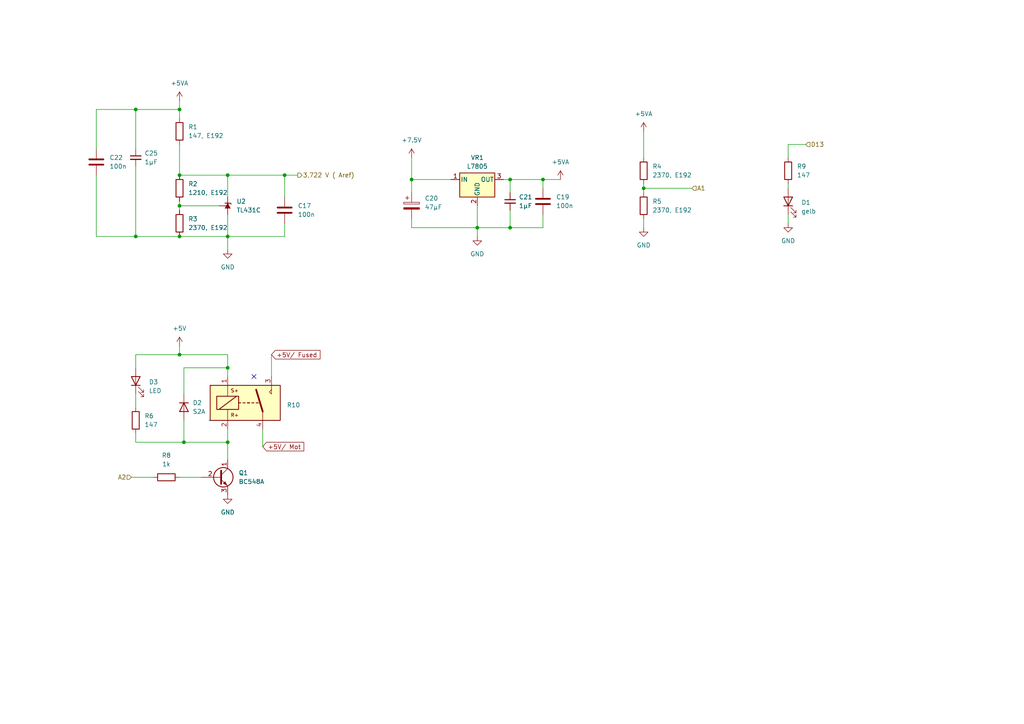
<source format=kicad_sch>
(kicad_sch (version 20230121) (generator eeschema)

  (uuid daad7303-441d-436f-8c54-cd4831fb3b71)

  (paper "A4")

  (lib_symbols
    (symbol "1_ProjectSpecific:L7805" (pin_names (offset 0.254)) (in_bom yes) (on_board yes)
      (property "Reference" "U" (at -3.81 3.175 0)
        (effects (font (size 1.27 1.27)))
      )
      (property "Value" "L7805" (at 0 3.175 0)
        (effects (font (size 1.27 1.27)) (justify left))
      )
      (property "Footprint" "" (at 0.635 -3.81 0)
        (effects (font (size 1.27 1.27) italic) (justify left) hide)
      )
      (property "Datasheet" "http://www.st.com/content/ccc/resource/technical/document/datasheet/41/4f/b3/b0/12/d4/47/88/CD00000444.pdf/files/CD00000444.pdf/jcr:content/translations/en.CD00000444.pdf" (at 0 -1.27 0)
        (effects (font (size 1.27 1.27)) hide)
      )
      (property "ki_keywords" "Voltage Regulator 1.5A Positive" (at 0 0 0)
        (effects (font (size 1.27 1.27)) hide)
      )
      (property "ki_description" "Positive 1.5A 35V Linear Regulator, Fixed Output 5V, TO-220/TO-263/TO-252" (at 0 0 0)
        (effects (font (size 1.27 1.27)) hide)
      )
      (property "ki_fp_filters" "TO?252* TO?263* TO?220*" (at 0 0 0)
        (effects (font (size 1.27 1.27)) hide)
      )
      (symbol "L7805_0_1"
        (rectangle (start -5.08 1.905) (end 5.08 -5.08)
          (stroke (width 0.254) (type default))
          (fill (type background))
        )
      )
      (symbol "L7805_1_1"
        (pin power_in line (at -7.62 0 0) (length 2.54)
          (name "IN" (effects (font (size 1.27 1.27))))
          (number "1" (effects (font (size 1.27 1.27))))
        )
        (pin power_in line (at 0 -7.62 90) (length 2.54)
          (name "GND" (effects (font (size 1.27 1.27))))
          (number "2" (effects (font (size 1.27 1.27))))
        )
        (pin power_out line (at 7.62 0 180) (length 2.54)
          (name "OUT" (effects (font (size 1.27 1.27))))
          (number "3" (effects (font (size 1.27 1.27))))
        )
      )
    )
    (symbol "1_ProjectSpecific:Relay_AHQSH105LM100G_" (in_bom yes) (on_board yes)
      (property "Reference" "R" (at 21.59 8.89 0)
        (effects (font (size 1.27 1.27)))
      )
      (property "Value" "" (at 0 0 0)
        (effects (font (size 1.27 1.27)))
      )
      (property "Footprint" "1_ProjectSpecific:Relay_AHQSH105LM100G" (at 0 0 0)
        (effects (font (size 1.27 1.27)) hide)
      )
      (property "Datasheet" "https://www.anytek.com.cn/en/detail/310/9767.html" (at 2.54 -7.62 0)
        (effects (font (size 1.27 1.27)) hide)
      )
      (symbol "Relay_AHQSH105LM100G__1_1"
        (polyline
          (pts
            (xy 2.54 3.175)
            (xy 7.62 6.985)
          )
          (stroke (width 0.254) (type default))
          (fill (type none))
        )
        (polyline
          (pts
            (xy 5.08 0)
            (xy 5.08 3.175)
          )
          (stroke (width 0) (type default))
          (fill (type none))
        )
        (polyline
          (pts
            (xy 5.08 10.16)
            (xy 5.08 6.985)
          )
          (stroke (width 0) (type default))
          (fill (type none))
        )
        (polyline
          (pts
            (xy 8.255 5.08)
            (xy 8.89 5.08)
          )
          (stroke (width 0.254) (type default))
          (fill (type none))
        )
        (polyline
          (pts
            (xy 9.525 5.08)
            (xy 10.16 5.08)
          )
          (stroke (width 0.254) (type default))
          (fill (type none))
        )
        (polyline
          (pts
            (xy 10.795 5.08)
            (xy 11.43 5.08)
          )
          (stroke (width 0.254) (type default))
          (fill (type none))
        )
        (polyline
          (pts
            (xy 10.795 5.08)
            (xy 11.43 5.08)
          )
          (stroke (width 0.254) (type default))
          (fill (type none))
        )
        (polyline
          (pts
            (xy 12.065 5.08)
            (xy 12.7 5.08)
          )
          (stroke (width 0.254) (type default))
          (fill (type none))
        )
        (polyline
          (pts
            (xy 13.335 5.08)
            (xy 13.97 5.08)
          )
          (stroke (width 0.254) (type default))
          (fill (type none))
        )
        (polyline
          (pts
            (xy 15.24 2.54)
            (xy 13.335 8.89)
          )
          (stroke (width 0.508) (type default))
          (fill (type none))
        )
        (polyline
          (pts
            (xy 15.24 2.54)
            (xy 15.24 0)
          )
          (stroke (width 0) (type default))
          (fill (type none))
        )
        (polyline
          (pts
            (xy 17.78 8.89)
            (xy 17.78 10.16)
          )
          (stroke (width 0) (type default))
          (fill (type none))
        )
        (polyline
          (pts
            (xy 17.78 8.89)
            (xy 17.78 7.62)
            (xy 17.145 8.255)
            (xy 17.78 8.89)
          )
          (stroke (width 0) (type default))
          (fill (type none))
        )
        (rectangle (start 0 10.16) (end 20.32 0)
          (stroke (width 0.254) (type default))
          (fill (type background))
        )
        (rectangle (start 1.905 6.985) (end 8.255 3.175)
          (stroke (width 0.254) (type default))
          (fill (type none))
        )
        (text "R+" (at 7.112 1.524 0)
          (effects (font (size 1.016 1.016)))
        )
        (text "S+" (at 7.112 8.636 0)
          (effects (font (size 1.016 1.016)))
        )
        (pin passive line (at 5.08 12.7 270) (length 2.54)
          (name "~" (effects (font (size 1.27 1.27))))
          (number "1" (effects (font (size 1.27 1.27))))
        )
        (pin passive line (at 5.08 -2.54 90) (length 2.54)
          (name "~" (effects (font (size 1.27 1.27))))
          (number "2" (effects (font (size 1.27 1.27))))
        )
        (pin passive line (at 17.78 12.7 270) (length 2.54)
          (name "~" (effects (font (size 1.27 1.27))))
          (number "3" (effects (font (size 1.27 1.27))))
        )
        (pin passive line (at 15.24 -2.54 90) (length 2.54)
          (name "~" (effects (font (size 1.27 1.27))))
          (number "4" (effects (font (size 1.27 1.27))))
        )
      )
    )
    (symbol "Device:C" (pin_numbers hide) (pin_names (offset 0.254)) (in_bom yes) (on_board yes)
      (property "Reference" "C" (at 0.635 2.54 0)
        (effects (font (size 1.27 1.27)) (justify left))
      )
      (property "Value" "C" (at 0.635 -2.54 0)
        (effects (font (size 1.27 1.27)) (justify left))
      )
      (property "Footprint" "" (at 0.9652 -3.81 0)
        (effects (font (size 1.27 1.27)) hide)
      )
      (property "Datasheet" "~" (at 0 0 0)
        (effects (font (size 1.27 1.27)) hide)
      )
      (property "ki_keywords" "cap capacitor" (at 0 0 0)
        (effects (font (size 1.27 1.27)) hide)
      )
      (property "ki_description" "Unpolarized capacitor" (at 0 0 0)
        (effects (font (size 1.27 1.27)) hide)
      )
      (property "ki_fp_filters" "C_*" (at 0 0 0)
        (effects (font (size 1.27 1.27)) hide)
      )
      (symbol "C_0_1"
        (polyline
          (pts
            (xy -2.032 -0.762)
            (xy 2.032 -0.762)
          )
          (stroke (width 0.508) (type default))
          (fill (type none))
        )
        (polyline
          (pts
            (xy -2.032 0.762)
            (xy 2.032 0.762)
          )
          (stroke (width 0.508) (type default))
          (fill (type none))
        )
      )
      (symbol "C_1_1"
        (pin passive line (at 0 3.81 270) (length 2.794)
          (name "~" (effects (font (size 1.27 1.27))))
          (number "1" (effects (font (size 1.27 1.27))))
        )
        (pin passive line (at 0 -3.81 90) (length 2.794)
          (name "~" (effects (font (size 1.27 1.27))))
          (number "2" (effects (font (size 1.27 1.27))))
        )
      )
    )
    (symbol "Device:C_Polarized" (pin_numbers hide) (pin_names (offset 0.254)) (in_bom yes) (on_board yes)
      (property "Reference" "C" (at 0.635 2.54 0)
        (effects (font (size 1.27 1.27)) (justify left))
      )
      (property "Value" "C_Polarized" (at 0.635 -2.54 0)
        (effects (font (size 1.27 1.27)) (justify left))
      )
      (property "Footprint" "" (at 0.9652 -3.81 0)
        (effects (font (size 1.27 1.27)) hide)
      )
      (property "Datasheet" "~" (at 0 0 0)
        (effects (font (size 1.27 1.27)) hide)
      )
      (property "ki_keywords" "cap capacitor" (at 0 0 0)
        (effects (font (size 1.27 1.27)) hide)
      )
      (property "ki_description" "Polarized capacitor" (at 0 0 0)
        (effects (font (size 1.27 1.27)) hide)
      )
      (property "ki_fp_filters" "CP_*" (at 0 0 0)
        (effects (font (size 1.27 1.27)) hide)
      )
      (symbol "C_Polarized_0_1"
        (rectangle (start -2.286 0.508) (end 2.286 1.016)
          (stroke (width 0) (type default))
          (fill (type none))
        )
        (polyline
          (pts
            (xy -1.778 2.286)
            (xy -0.762 2.286)
          )
          (stroke (width 0) (type default))
          (fill (type none))
        )
        (polyline
          (pts
            (xy -1.27 2.794)
            (xy -1.27 1.778)
          )
          (stroke (width 0) (type default))
          (fill (type none))
        )
        (rectangle (start 2.286 -0.508) (end -2.286 -1.016)
          (stroke (width 0) (type default))
          (fill (type outline))
        )
      )
      (symbol "C_Polarized_1_1"
        (pin passive line (at 0 3.81 270) (length 2.794)
          (name "~" (effects (font (size 1.27 1.27))))
          (number "1" (effects (font (size 1.27 1.27))))
        )
        (pin passive line (at 0 -3.81 90) (length 2.794)
          (name "~" (effects (font (size 1.27 1.27))))
          (number "2" (effects (font (size 1.27 1.27))))
        )
      )
    )
    (symbol "Device:C_Small" (pin_numbers hide) (pin_names (offset 0.254) hide) (in_bom yes) (on_board yes)
      (property "Reference" "C" (at 0.254 1.778 0)
        (effects (font (size 1.27 1.27)) (justify left))
      )
      (property "Value" "C_Small" (at 0.254 -2.032 0)
        (effects (font (size 1.27 1.27)) (justify left))
      )
      (property "Footprint" "" (at 0 0 0)
        (effects (font (size 1.27 1.27)) hide)
      )
      (property "Datasheet" "~" (at 0 0 0)
        (effects (font (size 1.27 1.27)) hide)
      )
      (property "ki_keywords" "capacitor cap" (at 0 0 0)
        (effects (font (size 1.27 1.27)) hide)
      )
      (property "ki_description" "Unpolarized capacitor, small symbol" (at 0 0 0)
        (effects (font (size 1.27 1.27)) hide)
      )
      (property "ki_fp_filters" "C_*" (at 0 0 0)
        (effects (font (size 1.27 1.27)) hide)
      )
      (symbol "C_Small_0_1"
        (polyline
          (pts
            (xy -1.524 -0.508)
            (xy 1.524 -0.508)
          )
          (stroke (width 0.3302) (type default))
          (fill (type none))
        )
        (polyline
          (pts
            (xy -1.524 0.508)
            (xy 1.524 0.508)
          )
          (stroke (width 0.3048) (type default))
          (fill (type none))
        )
      )
      (symbol "C_Small_1_1"
        (pin passive line (at 0 2.54 270) (length 2.032)
          (name "~" (effects (font (size 1.27 1.27))))
          (number "1" (effects (font (size 1.27 1.27))))
        )
        (pin passive line (at 0 -2.54 90) (length 2.032)
          (name "~" (effects (font (size 1.27 1.27))))
          (number "2" (effects (font (size 1.27 1.27))))
        )
      )
    )
    (symbol "Device:D" (pin_numbers hide) (pin_names (offset 1.016) hide) (in_bom yes) (on_board yes)
      (property "Reference" "D" (at 0 2.54 0)
        (effects (font (size 1.27 1.27)))
      )
      (property "Value" "D" (at 0 -2.54 0)
        (effects (font (size 1.27 1.27)))
      )
      (property "Footprint" "" (at 0 0 0)
        (effects (font (size 1.27 1.27)) hide)
      )
      (property "Datasheet" "~" (at 0 0 0)
        (effects (font (size 1.27 1.27)) hide)
      )
      (property "ki_keywords" "diode" (at 0 0 0)
        (effects (font (size 1.27 1.27)) hide)
      )
      (property "ki_description" "Diode" (at 0 0 0)
        (effects (font (size 1.27 1.27)) hide)
      )
      (property "ki_fp_filters" "TO-???* *_Diode_* *SingleDiode* D_*" (at 0 0 0)
        (effects (font (size 1.27 1.27)) hide)
      )
      (symbol "D_0_1"
        (polyline
          (pts
            (xy -1.27 1.27)
            (xy -1.27 -1.27)
          )
          (stroke (width 0.254) (type default))
          (fill (type none))
        )
        (polyline
          (pts
            (xy 1.27 0)
            (xy -1.27 0)
          )
          (stroke (width 0) (type default))
          (fill (type none))
        )
        (polyline
          (pts
            (xy 1.27 1.27)
            (xy 1.27 -1.27)
            (xy -1.27 0)
            (xy 1.27 1.27)
          )
          (stroke (width 0.254) (type default))
          (fill (type none))
        )
      )
      (symbol "D_1_1"
        (pin passive line (at -3.81 0 0) (length 2.54)
          (name "K" (effects (font (size 1.27 1.27))))
          (number "1" (effects (font (size 1.27 1.27))))
        )
        (pin passive line (at 3.81 0 180) (length 2.54)
          (name "A" (effects (font (size 1.27 1.27))))
          (number "2" (effects (font (size 1.27 1.27))))
        )
      )
    )
    (symbol "Device:LED" (pin_numbers hide) (pin_names (offset 1.016) hide) (in_bom yes) (on_board yes)
      (property "Reference" "D" (at 0 2.54 0)
        (effects (font (size 1.27 1.27)))
      )
      (property "Value" "LED" (at 0 -2.54 0)
        (effects (font (size 1.27 1.27)))
      )
      (property "Footprint" "" (at 0 0 0)
        (effects (font (size 1.27 1.27)) hide)
      )
      (property "Datasheet" "~" (at 0 0 0)
        (effects (font (size 1.27 1.27)) hide)
      )
      (property "ki_keywords" "LED diode" (at 0 0 0)
        (effects (font (size 1.27 1.27)) hide)
      )
      (property "ki_description" "Light emitting diode" (at 0 0 0)
        (effects (font (size 1.27 1.27)) hide)
      )
      (property "ki_fp_filters" "LED* LED_SMD:* LED_THT:*" (at 0 0 0)
        (effects (font (size 1.27 1.27)) hide)
      )
      (symbol "LED_0_1"
        (polyline
          (pts
            (xy -1.27 -1.27)
            (xy -1.27 1.27)
          )
          (stroke (width 0.254) (type default))
          (fill (type none))
        )
        (polyline
          (pts
            (xy -1.27 0)
            (xy 1.27 0)
          )
          (stroke (width 0) (type default))
          (fill (type none))
        )
        (polyline
          (pts
            (xy 1.27 -1.27)
            (xy 1.27 1.27)
            (xy -1.27 0)
            (xy 1.27 -1.27)
          )
          (stroke (width 0.254) (type default))
          (fill (type none))
        )
        (polyline
          (pts
            (xy -3.048 -0.762)
            (xy -4.572 -2.286)
            (xy -3.81 -2.286)
            (xy -4.572 -2.286)
            (xy -4.572 -1.524)
          )
          (stroke (width 0) (type default))
          (fill (type none))
        )
        (polyline
          (pts
            (xy -1.778 -0.762)
            (xy -3.302 -2.286)
            (xy -2.54 -2.286)
            (xy -3.302 -2.286)
            (xy -3.302 -1.524)
          )
          (stroke (width 0) (type default))
          (fill (type none))
        )
      )
      (symbol "LED_1_1"
        (pin passive line (at -3.81 0 0) (length 2.54)
          (name "K" (effects (font (size 1.27 1.27))))
          (number "1" (effects (font (size 1.27 1.27))))
        )
        (pin passive line (at 3.81 0 180) (length 2.54)
          (name "A" (effects (font (size 1.27 1.27))))
          (number "2" (effects (font (size 1.27 1.27))))
        )
      )
    )
    (symbol "Device:R" (pin_numbers hide) (pin_names (offset 0)) (in_bom yes) (on_board yes)
      (property "Reference" "R" (at 2.032 0 90)
        (effects (font (size 1.27 1.27)))
      )
      (property "Value" "R" (at 0 0 90)
        (effects (font (size 1.27 1.27)))
      )
      (property "Footprint" "" (at -1.778 0 90)
        (effects (font (size 1.27 1.27)) hide)
      )
      (property "Datasheet" "~" (at 0 0 0)
        (effects (font (size 1.27 1.27)) hide)
      )
      (property "ki_keywords" "R res resistor" (at 0 0 0)
        (effects (font (size 1.27 1.27)) hide)
      )
      (property "ki_description" "Resistor" (at 0 0 0)
        (effects (font (size 1.27 1.27)) hide)
      )
      (property "ki_fp_filters" "R_*" (at 0 0 0)
        (effects (font (size 1.27 1.27)) hide)
      )
      (symbol "R_0_1"
        (rectangle (start -1.016 -2.54) (end 1.016 2.54)
          (stroke (width 0.254) (type default))
          (fill (type none))
        )
      )
      (symbol "R_1_1"
        (pin passive line (at 0 3.81 270) (length 1.27)
          (name "~" (effects (font (size 1.27 1.27))))
          (number "1" (effects (font (size 1.27 1.27))))
        )
        (pin passive line (at 0 -3.81 90) (length 1.27)
          (name "~" (effects (font (size 1.27 1.27))))
          (number "2" (effects (font (size 1.27 1.27))))
        )
      )
    )
    (symbol "Reference_Voltage:TL431D" (pin_numbers hide) (pin_names hide) (in_bom yes) (on_board yes)
      (property "Reference" "U2" (at 1.27 -2.54 90)
        (effects (font (size 1.27 1.27)) (justify right))
      )
      (property "Value" "TL431C" (at -1.27 -2.54 90)
        (effects (font (size 1.27 1.27)) (justify right))
      )
      (property "Footprint" "Package_TO_SOT_THT:TO-92_HandSolder" (at 0 -6.35 0)
        (effects (font (size 1.27 1.27) italic) hide)
      )
      (property "Datasheet" "http://www.ti.com/lit/ds/symlink/tl431.pdf" (at 0 -3.81 0)
        (effects (font (size 1.27 1.27) italic) hide)
      )
      (property "ki_keywords" "diode device shunt regulator" (at 0 0 0)
        (effects (font (size 1.27 1.27)) hide)
      )
      (property "ki_description" "Shunt Regulator, SO-8" (at 0 0 0)
        (effects (font (size 1.27 1.27)) hide)
      )
      (property "ki_fp_filters" "SOIC?8*3.9x4.9mm*P1.27mm*" (at 0 0 0)
        (effects (font (size 1.27 1.27)) hide)
      )
      (symbol "TL431D_0_1"
        (polyline
          (pts
            (xy -1.27 0)
            (xy 0 0)
            (xy 1.27 0)
          )
          (stroke (width 0) (type default))
          (fill (type none))
        )
        (polyline
          (pts
            (xy -0.762 0.762)
            (xy 0.762 0)
            (xy -0.762 -0.762)
          )
          (stroke (width 0) (type default))
          (fill (type outline))
        )
        (polyline
          (pts
            (xy 0.508 -1.016)
            (xy 0.762 -0.762)
            (xy 0.762 0.762)
            (xy 0.762 0.762)
          )
          (stroke (width 0.254) (type default))
          (fill (type none))
        )
      )
      (symbol "TL431D_1_1"
        (polyline
          (pts
            (xy 0 1.27)
            (xy 0 0)
          )
          (stroke (width 0) (type default))
          (fill (type none))
        )
        (pin passive line (at 0 2.54 270) (length 2.54)
          (name "REF" (effects (font (size 1.27 1.27))))
          (number "1" (effects (font (size 1.27 1.27))))
        )
        (pin passive line (at -2.54 0 0) (length 2.54)
          (name "A" (effects (font (size 1.27 1.27))))
          (number "2" (effects (font (size 1.27 1.27))))
        )
        (pin passive line (at -2.54 0 0) (length 2.54) hide
          (name "A" (effects (font (size 1.27 1.27))))
          (number "3" (effects (font (size 1.27 1.27))))
        )
        (pin passive line (at 2.54 0 180) (length 2.54)
          (name "K" (effects (font (size 1.27 1.27))))
          (number "3" (effects (font (size 1.27 1.27))))
        )
        (pin passive line (at -2.54 0 0) (length 2.54) hide
          (name "A" (effects (font (size 1.27 1.27))))
          (number "6" (effects (font (size 1.27 1.27))))
        )
        (pin passive line (at -2.54 0 0) (length 2.54) hide
          (name "A" (effects (font (size 1.27 1.27))))
          (number "7" (effects (font (size 1.27 1.27))))
        )
      )
    )
    (symbol "Transistor_BJT:BC548" (pin_names (offset 0) hide) (in_bom yes) (on_board yes)
      (property "Reference" "Q" (at 5.08 1.905 0)
        (effects (font (size 1.27 1.27)) (justify left))
      )
      (property "Value" "BC548" (at 5.08 0 0)
        (effects (font (size 1.27 1.27)) (justify left))
      )
      (property "Footprint" "Package_TO_SOT_THT:TO-92_Inline" (at 5.08 -1.905 0)
        (effects (font (size 1.27 1.27) italic) (justify left) hide)
      )
      (property "Datasheet" "https://www.onsemi.com/pub/Collateral/BC550-D.pdf" (at 0 0 0)
        (effects (font (size 1.27 1.27)) (justify left) hide)
      )
      (property "ki_keywords" "NPN Transistor" (at 0 0 0)
        (effects (font (size 1.27 1.27)) hide)
      )
      (property "ki_description" "0.1A Ic, 30V Vce, Small Signal NPN Transistor, TO-92" (at 0 0 0)
        (effects (font (size 1.27 1.27)) hide)
      )
      (property "ki_fp_filters" "TO?92*" (at 0 0 0)
        (effects (font (size 1.27 1.27)) hide)
      )
      (symbol "BC548_0_1"
        (polyline
          (pts
            (xy 0 0)
            (xy 0.635 0)
          )
          (stroke (width 0) (type default))
          (fill (type none))
        )
        (polyline
          (pts
            (xy 0.635 0.635)
            (xy 2.54 2.54)
          )
          (stroke (width 0) (type default))
          (fill (type none))
        )
        (polyline
          (pts
            (xy 0.635 -0.635)
            (xy 2.54 -2.54)
            (xy 2.54 -2.54)
          )
          (stroke (width 0) (type default))
          (fill (type none))
        )
        (polyline
          (pts
            (xy 0.635 1.905)
            (xy 0.635 -1.905)
            (xy 0.635 -1.905)
          )
          (stroke (width 0.508) (type default))
          (fill (type none))
        )
        (polyline
          (pts
            (xy 1.27 -1.778)
            (xy 1.778 -1.27)
            (xy 2.286 -2.286)
            (xy 1.27 -1.778)
            (xy 1.27 -1.778)
          )
          (stroke (width 0) (type default))
          (fill (type outline))
        )
        (circle (center 1.27 0) (radius 2.8194)
          (stroke (width 0.254) (type default))
          (fill (type none))
        )
      )
      (symbol "BC548_1_1"
        (pin passive line (at 2.54 5.08 270) (length 2.54)
          (name "C" (effects (font (size 1.27 1.27))))
          (number "1" (effects (font (size 1.27 1.27))))
        )
        (pin input line (at -5.08 0 0) (length 5.08)
          (name "B" (effects (font (size 1.27 1.27))))
          (number "2" (effects (font (size 1.27 1.27))))
        )
        (pin passive line (at 2.54 -5.08 90) (length 2.54)
          (name "E" (effects (font (size 1.27 1.27))))
          (number "3" (effects (font (size 1.27 1.27))))
        )
      )
    )
    (symbol "power:+5V" (power) (pin_names (offset 0)) (in_bom yes) (on_board yes)
      (property "Reference" "#PWR" (at 0 -3.81 0)
        (effects (font (size 1.27 1.27)) hide)
      )
      (property "Value" "+5V" (at 0 3.556 0)
        (effects (font (size 1.27 1.27)))
      )
      (property "Footprint" "" (at 0 0 0)
        (effects (font (size 1.27 1.27)) hide)
      )
      (property "Datasheet" "" (at 0 0 0)
        (effects (font (size 1.27 1.27)) hide)
      )
      (property "ki_keywords" "global power" (at 0 0 0)
        (effects (font (size 1.27 1.27)) hide)
      )
      (property "ki_description" "Power symbol creates a global label with name \"+5V\"" (at 0 0 0)
        (effects (font (size 1.27 1.27)) hide)
      )
      (symbol "+5V_0_1"
        (polyline
          (pts
            (xy -0.762 1.27)
            (xy 0 2.54)
          )
          (stroke (width 0) (type default))
          (fill (type none))
        )
        (polyline
          (pts
            (xy 0 0)
            (xy 0 2.54)
          )
          (stroke (width 0) (type default))
          (fill (type none))
        )
        (polyline
          (pts
            (xy 0 2.54)
            (xy 0.762 1.27)
          )
          (stroke (width 0) (type default))
          (fill (type none))
        )
      )
      (symbol "+5V_1_1"
        (pin power_in line (at 0 0 90) (length 0) hide
          (name "+5V" (effects (font (size 1.27 1.27))))
          (number "1" (effects (font (size 1.27 1.27))))
        )
      )
    )
    (symbol "power:+5VA" (power) (pin_names (offset 0)) (in_bom yes) (on_board yes)
      (property "Reference" "#PWR" (at 0 -3.81 0)
        (effects (font (size 1.27 1.27)) hide)
      )
      (property "Value" "+5VA" (at 0 3.556 0)
        (effects (font (size 1.27 1.27)))
      )
      (property "Footprint" "" (at 0 0 0)
        (effects (font (size 1.27 1.27)) hide)
      )
      (property "Datasheet" "" (at 0 0 0)
        (effects (font (size 1.27 1.27)) hide)
      )
      (property "ki_keywords" "global power" (at 0 0 0)
        (effects (font (size 1.27 1.27)) hide)
      )
      (property "ki_description" "Power symbol creates a global label with name \"+5VA\"" (at 0 0 0)
        (effects (font (size 1.27 1.27)) hide)
      )
      (symbol "+5VA_0_1"
        (polyline
          (pts
            (xy -0.762 1.27)
            (xy 0 2.54)
          )
          (stroke (width 0) (type default))
          (fill (type none))
        )
        (polyline
          (pts
            (xy 0 0)
            (xy 0 2.54)
          )
          (stroke (width 0) (type default))
          (fill (type none))
        )
        (polyline
          (pts
            (xy 0 2.54)
            (xy 0.762 1.27)
          )
          (stroke (width 0) (type default))
          (fill (type none))
        )
      )
      (symbol "+5VA_1_1"
        (pin power_in line (at 0 0 90) (length 0) hide
          (name "+5VA" (effects (font (size 1.27 1.27))))
          (number "1" (effects (font (size 1.27 1.27))))
        )
      )
    )
    (symbol "power:+7.5V" (power) (pin_names (offset 0)) (in_bom yes) (on_board yes)
      (property "Reference" "#PWR" (at 0 -3.81 0)
        (effects (font (size 1.27 1.27)) hide)
      )
      (property "Value" "+7.5V" (at 0 3.556 0)
        (effects (font (size 1.27 1.27)))
      )
      (property "Footprint" "" (at 0 0 0)
        (effects (font (size 1.27 1.27)) hide)
      )
      (property "Datasheet" "" (at 0 0 0)
        (effects (font (size 1.27 1.27)) hide)
      )
      (property "ki_keywords" "global power" (at 0 0 0)
        (effects (font (size 1.27 1.27)) hide)
      )
      (property "ki_description" "Power symbol creates a global label with name \"+7.5V\"" (at 0 0 0)
        (effects (font (size 1.27 1.27)) hide)
      )
      (symbol "+7.5V_0_1"
        (polyline
          (pts
            (xy -0.762 1.27)
            (xy 0 2.54)
          )
          (stroke (width 0) (type default))
          (fill (type none))
        )
        (polyline
          (pts
            (xy 0 0)
            (xy 0 2.54)
          )
          (stroke (width 0) (type default))
          (fill (type none))
        )
        (polyline
          (pts
            (xy 0 2.54)
            (xy 0.762 1.27)
          )
          (stroke (width 0) (type default))
          (fill (type none))
        )
      )
      (symbol "+7.5V_1_1"
        (pin power_in line (at 0 0 90) (length 0) hide
          (name "+7.5V" (effects (font (size 1.27 1.27))))
          (number "1" (effects (font (size 1.27 1.27))))
        )
      )
    )
    (symbol "power:GND" (power) (pin_names (offset 0)) (in_bom yes) (on_board yes)
      (property "Reference" "#PWR" (at 0 -6.35 0)
        (effects (font (size 1.27 1.27)) hide)
      )
      (property "Value" "GND" (at 0 -3.81 0)
        (effects (font (size 1.27 1.27)))
      )
      (property "Footprint" "" (at 0 0 0)
        (effects (font (size 1.27 1.27)) hide)
      )
      (property "Datasheet" "" (at 0 0 0)
        (effects (font (size 1.27 1.27)) hide)
      )
      (property "ki_keywords" "global power" (at 0 0 0)
        (effects (font (size 1.27 1.27)) hide)
      )
      (property "ki_description" "Power symbol creates a global label with name \"GND\" , ground" (at 0 0 0)
        (effects (font (size 1.27 1.27)) hide)
      )
      (symbol "GND_0_1"
        (polyline
          (pts
            (xy 0 0)
            (xy 0 -1.27)
            (xy 1.27 -1.27)
            (xy 0 -2.54)
            (xy -1.27 -1.27)
            (xy 0 -1.27)
          )
          (stroke (width 0) (type default))
          (fill (type none))
        )
      )
      (symbol "GND_1_1"
        (pin power_in line (at 0 0 270) (length 0) hide
          (name "GND" (effects (font (size 1.27 1.27))))
          (number "1" (effects (font (size 1.27 1.27))))
        )
      )
    )
  )

  (junction (at 52.07 68.58) (diameter 0) (color 0 0 0 0)
    (uuid 10394842-88ce-4c3c-a7e3-17e8038ff140)
  )
  (junction (at 66.04 106.68) (diameter 0) (color 0 0 0 0)
    (uuid 27afd365-1ff3-47a2-b111-69b46d4d41d9)
  )
  (junction (at 138.43 66.04) (diameter 0) (color 0 0 0 0)
    (uuid 3b897472-dcff-4565-bedc-41ab13b89a3a)
  )
  (junction (at 39.37 68.58) (diameter 0) (color 0 0 0 0)
    (uuid 3cd0d588-c5a9-4260-9b8e-2143f10abba7)
  )
  (junction (at 186.69 54.61) (diameter 0) (color 0 0 0 0)
    (uuid 424aa90b-2fee-4aa8-a36e-e8a65100f127)
  )
  (junction (at 39.37 31.75) (diameter 0) (color 0 0 0 0)
    (uuid 477cdffd-0cf9-4851-9776-3c6084ec6f54)
  )
  (junction (at 147.955 66.04) (diameter 0) (color 0 0 0 0)
    (uuid 4cf08da9-1645-4423-a1a4-a9bfbdea7c7c)
  )
  (junction (at 52.07 59.69) (diameter 0) (color 0 0 0 0)
    (uuid 501ae1c6-cc71-4e39-bbb2-4ad5de502bc5)
  )
  (junction (at 147.955 52.07) (diameter 0) (color 0 0 0 0)
    (uuid 52d89f9c-4537-4e28-9a38-64d919e325d6)
  )
  (junction (at 119.38 52.07) (diameter 0) (color 0 0 0 0)
    (uuid 8316d8b7-d188-4bde-92f6-099795ac95fb)
  )
  (junction (at 52.07 31.75) (diameter 0) (color 0 0 0 0)
    (uuid 84e789b4-2344-425b-aead-b98bf4eb5a4f)
  )
  (junction (at 66.04 68.58) (diameter 0) (color 0 0 0 0)
    (uuid 933a2adb-4132-41e6-b70c-50d3935673c2)
  )
  (junction (at 52.07 50.8) (diameter 0) (color 0 0 0 0)
    (uuid a7ef7a20-df7d-46ec-8924-3fa3ab8091f0)
  )
  (junction (at 66.04 128.27) (diameter 0) (color 0 0 0 0)
    (uuid b79942b2-5aa3-491c-9e52-408ad43da051)
  )
  (junction (at 66.04 50.8) (diameter 0) (color 0 0 0 0)
    (uuid b91570ea-bb27-4c8c-836a-59c73ca42c59)
  )
  (junction (at 157.48 52.07) (diameter 0) (color 0 0 0 0)
    (uuid c01c3a90-e361-41d6-b5e9-062fff73b52e)
  )
  (junction (at 82.55 50.8) (diameter 0) (color 0 0 0 0)
    (uuid c9d43aad-56d1-4cc9-b332-9bdc399e496c)
  )
  (junction (at 53.34 128.27) (diameter 0) (color 0 0 0 0)
    (uuid fa3bd7ba-93ca-4fbc-a473-047a857216f0)
  )
  (junction (at 52.07 102.87) (diameter 0) (color 0 0 0 0)
    (uuid fc1f91a3-6477-453b-abcb-cbee30194673)
  )

  (no_connect (at 73.66 109.22) (uuid 3e219ced-1171-4258-8235-053ff68d250d))

  (wire (pts (xy 39.37 48.26) (xy 39.37 68.58))
    (stroke (width 0) (type default))
    (uuid 0e193307-19ac-47ae-9b31-94bf59e6248c)
  )
  (wire (pts (xy 119.38 66.04) (xy 138.43 66.04))
    (stroke (width 0) (type default))
    (uuid 10f18a8c-e2e7-4728-89a2-0807b9a4e27b)
  )
  (wire (pts (xy 186.69 38.1) (xy 186.69 45.72))
    (stroke (width 0) (type default))
    (uuid 16f2e541-0a5c-444f-a455-79734315dbe1)
  )
  (wire (pts (xy 186.69 66.04) (xy 186.69 63.5))
    (stroke (width 0) (type default))
    (uuid 1e15bfca-180a-4ab2-b789-0f532281349f)
  )
  (wire (pts (xy 39.37 125.73) (xy 39.37 128.27))
    (stroke (width 0) (type default))
    (uuid 1f6c4b4b-d614-4484-b026-20be3c77e917)
  )
  (wire (pts (xy 39.37 114.3) (xy 39.37 118.11))
    (stroke (width 0) (type default))
    (uuid 1fbe60b2-334e-4058-bf94-90204a4b9939)
  )
  (wire (pts (xy 157.48 66.04) (xy 157.48 62.23))
    (stroke (width 0) (type default))
    (uuid 202d535a-e4b6-46c5-85c4-3c3c6163d00a)
  )
  (wire (pts (xy 157.48 52.07) (xy 162.56 52.07))
    (stroke (width 0) (type default))
    (uuid 226ec0a7-ed51-447b-b3f5-8e551e66ab0f)
  )
  (wire (pts (xy 52.07 100.33) (xy 52.07 102.87))
    (stroke (width 0) (type default))
    (uuid 23a2cd94-2b82-42bf-99c7-ce071cb27417)
  )
  (wire (pts (xy 66.04 68.58) (xy 82.55 68.58))
    (stroke (width 0) (type default))
    (uuid 24ca1dd2-cb6b-4b72-98cb-45eef245931c)
  )
  (wire (pts (xy 27.94 31.75) (xy 27.94 43.18))
    (stroke (width 0) (type default))
    (uuid 25e22908-cd5b-407a-a2b1-7e7515b018ae)
  )
  (wire (pts (xy 76.2 129.54) (xy 76.2 124.46))
    (stroke (width 0) (type default))
    (uuid 2afac32e-ff1b-4dca-abe9-736c48a5ab5b)
  )
  (wire (pts (xy 82.55 50.8) (xy 66.04 50.8))
    (stroke (width 0) (type default))
    (uuid 2cecce66-b68a-4a79-a2cb-f11bfaf56b45)
  )
  (wire (pts (xy 44.45 138.43) (xy 38.1 138.43))
    (stroke (width 0) (type default))
    (uuid 2e9e69af-98bd-45bf-9853-f952abe82d04)
  )
  (wire (pts (xy 52.07 58.42) (xy 52.07 59.69))
    (stroke (width 0) (type default))
    (uuid 2ec39294-7557-44a5-9545-cef3236cd23b)
  )
  (wire (pts (xy 66.04 72.39) (xy 66.04 68.58))
    (stroke (width 0) (type default))
    (uuid 2f60d922-75c7-424c-8391-03ec2cd82ec8)
  )
  (wire (pts (xy 53.34 128.27) (xy 53.34 121.92))
    (stroke (width 0) (type default))
    (uuid 39913c0f-ee83-4dc1-9db8-a62feb06b646)
  )
  (wire (pts (xy 147.955 66.04) (xy 157.48 66.04))
    (stroke (width 0) (type default))
    (uuid 3ba7b7f4-3f39-494d-a46c-ec7a31c61315)
  )
  (wire (pts (xy 186.69 53.34) (xy 186.69 54.61))
    (stroke (width 0) (type default))
    (uuid 3c13d848-c823-410c-a37d-f7efc80fbeb2)
  )
  (wire (pts (xy 138.43 59.69) (xy 138.43 66.04))
    (stroke (width 0) (type default))
    (uuid 45c7f1ab-a90b-4456-93fe-a0e9292c86d6)
  )
  (wire (pts (xy 52.07 31.75) (xy 39.37 31.75))
    (stroke (width 0) (type default))
    (uuid 4873411c-b6bd-4d44-a498-4f942b07cf16)
  )
  (wire (pts (xy 146.05 52.07) (xy 147.955 52.07))
    (stroke (width 0) (type default))
    (uuid 4876a7fe-2a85-48dc-a515-2cc557e5adef)
  )
  (wire (pts (xy 228.6 45.72) (xy 228.6 41.91))
    (stroke (width 0) (type default))
    (uuid 4c899668-84f7-476c-b4da-71fa0ef866e2)
  )
  (wire (pts (xy 119.38 63.5) (xy 119.38 66.04))
    (stroke (width 0) (type default))
    (uuid 4c96b98e-6123-436e-b24e-22833d0b4579)
  )
  (wire (pts (xy 52.07 50.8) (xy 66.04 50.8))
    (stroke (width 0) (type default))
    (uuid 4d5887ad-2d31-4c5c-9a84-9164e7b6535b)
  )
  (wire (pts (xy 39.37 102.87) (xy 52.07 102.87))
    (stroke (width 0) (type default))
    (uuid 51013448-2414-46d8-bc66-c4d9f9ac9220)
  )
  (wire (pts (xy 66.04 57.15) (xy 66.04 50.8))
    (stroke (width 0) (type default))
    (uuid 51ee29d9-a635-4d6e-bb83-a74cef6efaf8)
  )
  (wire (pts (xy 27.94 68.58) (xy 39.37 68.58))
    (stroke (width 0) (type default))
    (uuid 527ce472-3066-416c-8d31-b240de914d92)
  )
  (wire (pts (xy 39.37 128.27) (xy 53.34 128.27))
    (stroke (width 0) (type default))
    (uuid 58d9b81c-467f-4829-b41d-5967fcf8d2a2)
  )
  (wire (pts (xy 66.04 106.68) (xy 66.04 109.22))
    (stroke (width 0) (type default))
    (uuid 5c4cf1d8-d95d-40ff-9d06-3fe289a12736)
  )
  (wire (pts (xy 119.38 45.72) (xy 119.38 52.07))
    (stroke (width 0) (type default))
    (uuid 65c3f5ff-8e3b-4229-9a83-1216fc13f5b2)
  )
  (wire (pts (xy 52.07 138.43) (xy 58.42 138.43))
    (stroke (width 0) (type default))
    (uuid 6e7334bd-7e14-42f6-bc62-610d5e33344d)
  )
  (wire (pts (xy 78.74 109.22) (xy 78.74 102.87))
    (stroke (width 0) (type default))
    (uuid 6ed02bfd-d7c0-4271-ae86-57ede903814b)
  )
  (wire (pts (xy 138.43 66.04) (xy 147.955 66.04))
    (stroke (width 0) (type default))
    (uuid 712e1295-80d5-4787-bbc0-2aa227076aef)
  )
  (wire (pts (xy 52.07 41.91) (xy 52.07 50.8))
    (stroke (width 0) (type default))
    (uuid 77386d76-cee7-42c8-b260-1e65ff1ebab7)
  )
  (wire (pts (xy 119.38 52.07) (xy 130.81 52.07))
    (stroke (width 0) (type default))
    (uuid 79cd7d42-5d89-4b02-bf00-896f42997997)
  )
  (wire (pts (xy 200.66 54.61) (xy 186.69 54.61))
    (stroke (width 0) (type default))
    (uuid 7ca361b2-b091-48e7-ab8e-a296020d599f)
  )
  (wire (pts (xy 39.37 102.87) (xy 39.37 106.68))
    (stroke (width 0) (type default))
    (uuid 7d997972-e715-4a87-b4c3-22a2a2171c5b)
  )
  (wire (pts (xy 52.07 68.58) (xy 66.04 68.58))
    (stroke (width 0) (type default))
    (uuid 8139ae9a-c102-4ef3-901a-6bb7f2b0bfc2)
  )
  (wire (pts (xy 39.37 31.75) (xy 39.37 43.18))
    (stroke (width 0) (type default))
    (uuid 8160e3e4-b7c1-4267-b24c-c1256aa8df2d)
  )
  (wire (pts (xy 138.43 68.58) (xy 138.43 66.04))
    (stroke (width 0) (type default))
    (uuid 81f4907c-f4ec-4cca-968f-15db24c02672)
  )
  (wire (pts (xy 147.955 60.96) (xy 147.955 66.04))
    (stroke (width 0) (type default))
    (uuid 8256e4f8-b297-490b-b495-273bf0fd8a0f)
  )
  (wire (pts (xy 66.04 102.87) (xy 66.04 106.68))
    (stroke (width 0) (type default))
    (uuid 84c1a27a-566b-42c1-9274-5b64c4941eaf)
  )
  (wire (pts (xy 147.955 52.07) (xy 147.955 55.88))
    (stroke (width 0) (type default))
    (uuid 85f09b95-0dfc-4303-b222-dabcd12fd53e)
  )
  (wire (pts (xy 53.34 128.27) (xy 66.04 128.27))
    (stroke (width 0) (type default))
    (uuid 8fd82cb4-211a-4127-8b7b-2fccd2785562)
  )
  (wire (pts (xy 66.04 124.46) (xy 66.04 128.27))
    (stroke (width 0) (type default))
    (uuid 913b9435-1b2f-43de-9bf1-24d5a07d2b3e)
  )
  (wire (pts (xy 228.6 41.91) (xy 233.68 41.91))
    (stroke (width 0) (type default))
    (uuid 918aeced-45ef-4ac7-94a5-952ca2dafd6f)
  )
  (wire (pts (xy 52.07 29.21) (xy 52.07 31.75))
    (stroke (width 0) (type default))
    (uuid 9ca3bba9-3c3d-42d2-a284-0a673257e1b5)
  )
  (wire (pts (xy 39.37 31.75) (xy 27.94 31.75))
    (stroke (width 0) (type default))
    (uuid a942e963-18bb-461c-9ce9-dfaa563bb383)
  )
  (wire (pts (xy 82.55 57.15) (xy 82.55 50.8))
    (stroke (width 0) (type default))
    (uuid aa410dbf-9dec-427b-9f4e-9bb7b099d433)
  )
  (wire (pts (xy 66.04 62.23) (xy 66.04 68.58))
    (stroke (width 0) (type default))
    (uuid afd6920b-f977-4154-acc8-621e4b1264f2)
  )
  (wire (pts (xy 39.37 68.58) (xy 52.07 68.58))
    (stroke (width 0) (type default))
    (uuid b27f1980-f22e-4213-a45c-f507c1d50090)
  )
  (wire (pts (xy 53.34 106.68) (xy 66.04 106.68))
    (stroke (width 0) (type default))
    (uuid b3a0939f-40d2-4c08-ae81-35a5dcd15674)
  )
  (wire (pts (xy 52.07 31.75) (xy 52.07 34.29))
    (stroke (width 0) (type default))
    (uuid b59a0a16-f431-47e4-954b-46a66b7e6f47)
  )
  (wire (pts (xy 82.55 50.8) (xy 86.36 50.8))
    (stroke (width 0) (type default))
    (uuid b76b91fb-7f0d-4a3c-890d-8b91019ad0a1)
  )
  (wire (pts (xy 52.07 59.69) (xy 63.5 59.69))
    (stroke (width 0) (type default))
    (uuid be5f3757-1096-42cd-96d1-0ed9be395f4d)
  )
  (wire (pts (xy 186.69 54.61) (xy 186.69 55.88))
    (stroke (width 0) (type default))
    (uuid c05de191-70a6-4d35-a165-68961f1c127b)
  )
  (wire (pts (xy 157.48 52.07) (xy 157.48 54.61))
    (stroke (width 0) (type default))
    (uuid c29eda56-7bb3-43c2-99e7-95163cc23123)
  )
  (wire (pts (xy 27.94 50.8) (xy 27.94 68.58))
    (stroke (width 0) (type default))
    (uuid d0dbb36b-9fc5-47dd-ac02-0fc3ac9b0e17)
  )
  (wire (pts (xy 228.6 54.61) (xy 228.6 53.34))
    (stroke (width 0) (type default))
    (uuid d2830404-fb14-4f4b-9bfe-2a3aa22b2b5c)
  )
  (wire (pts (xy 147.955 52.07) (xy 157.48 52.07))
    (stroke (width 0) (type default))
    (uuid d38e68fe-1e9a-4ca4-8536-88b22d456ade)
  )
  (wire (pts (xy 66.04 128.27) (xy 66.04 133.35))
    (stroke (width 0) (type default))
    (uuid d9e2e124-6526-427f-9b6b-074dd0f701c0)
  )
  (wire (pts (xy 53.34 114.3) (xy 53.34 106.68))
    (stroke (width 0) (type default))
    (uuid e9c938ec-0ce9-46f3-9f7f-180f6c4c7890)
  )
  (wire (pts (xy 52.07 59.69) (xy 52.07 60.96))
    (stroke (width 0) (type default))
    (uuid efd29eb1-cfb2-43b6-b82a-6d584bed8c11)
  )
  (wire (pts (xy 119.38 52.07) (xy 119.38 55.88))
    (stroke (width 0) (type default))
    (uuid f34d03be-a98a-425b-82be-9fcb7ba2c00a)
  )
  (wire (pts (xy 82.55 68.58) (xy 82.55 64.77))
    (stroke (width 0) (type default))
    (uuid f5d00d0c-1e31-4929-8180-22411735d929)
  )
  (wire (pts (xy 228.6 64.77) (xy 228.6 62.23))
    (stroke (width 0) (type default))
    (uuid f68fc49b-278e-4fd3-8265-ae59578ded8f)
  )
  (wire (pts (xy 52.07 102.87) (xy 66.04 102.87))
    (stroke (width 0) (type default))
    (uuid fb3c3bc4-bbbc-4f6e-9f43-b95771efdb78)
  )

  (global_label "+5V{slash} Fused" (shape input) (at 78.74 102.87 0) (fields_autoplaced)
    (effects (font (size 1.27 1.27)) (justify left))
    (uuid 0a33c056-bf4d-4943-a706-1bc98d0d8d90)
    (property "Intersheetrefs" "${INTERSHEET_REFS}" (at 93.3971 102.87 0)
      (effects (font (size 1.27 1.27)) (justify left) hide)
    )
  )
  (global_label "+5V{slash} Mot" (shape input) (at 76.2 129.54 0) (fields_autoplaced)
    (effects (font (size 1.27 1.27)) (justify left))
    (uuid 5d43e114-e4b5-4b15-8a1e-b7500f331aa7)
    (property "Intersheetrefs" "${INTERSHEET_REFS}" (at 88.6799 129.54 0)
      (effects (font (size 1.27 1.27)) (justify left) hide)
    )
  )

  (hierarchical_label "3,722 V ( Aref)" (shape output) (at 86.36 50.8 0) (fields_autoplaced)
    (effects (font (size 1.27 1.27)) (justify left))
    (uuid 0068b703-0ab6-498b-ade4-2ac8ca15f493)
  )
  (hierarchical_label "A1" (shape input) (at 200.66 54.61 0) (fields_autoplaced)
    (effects (font (size 1.27 1.27)) (justify left))
    (uuid 2a19fdea-0ee5-4e1c-bbf6-a3cb5c5be8ff)
  )
  (hierarchical_label "A2" (shape input) (at 38.1 138.43 180) (fields_autoplaced)
    (effects (font (size 1.27 1.27)) (justify right))
    (uuid bd6ab14f-7b3e-4c44-abc3-9e14d7f5b173)
  )
  (hierarchical_label "D13" (shape input) (at 233.68 41.91 0) (fields_autoplaced)
    (effects (font (size 1.27 1.27)) (justify left))
    (uuid d2c214cd-d445-40f4-a7a8-421dc4ef746c)
  )

  (symbol (lib_id "power:+5VA") (at 162.56 52.07 0) (unit 1)
    (in_bom yes) (on_board yes) (dnp no) (fields_autoplaced)
    (uuid 01436be9-6cbf-4fcb-9185-4ccdd01af9ce)
    (property "Reference" "#PWR028" (at 162.56 55.88 0)
      (effects (font (size 1.27 1.27)) hide)
    )
    (property "Value" "+5VA" (at 162.56 46.99 0)
      (effects (font (size 1.27 1.27)))
    )
    (property "Footprint" "" (at 162.56 52.07 0)
      (effects (font (size 1.27 1.27)) hide)
    )
    (property "Datasheet" "" (at 162.56 52.07 0)
      (effects (font (size 1.27 1.27)) hide)
    )
    (pin "1" (uuid d9c0b90d-92c3-4c69-8ea9-b14c5b27cc47))
    (instances
      (project "PCB_PowerElectronics"
        (path "/5874b411-765e-4023-b822-259f32758ced/7b0ac72a-4a26-4a7d-86fc-0e4879064f4e"
          (reference "#PWR028") (unit 1)
        )
      )
    )
  )

  (symbol (lib_id "power:GND") (at 66.04 143.51 0) (unit 1)
    (in_bom yes) (on_board yes) (dnp no) (fields_autoplaced)
    (uuid 0500cf03-fedf-4519-a314-d55a73b948b0)
    (property "Reference" "#PWR018" (at 66.04 149.86 0)
      (effects (font (size 1.27 1.27)) hide)
    )
    (property "Value" "GND" (at 66.04 148.59 0)
      (effects (font (size 1.27 1.27)))
    )
    (property "Footprint" "" (at 66.04 143.51 0)
      (effects (font (size 1.27 1.27)) hide)
    )
    (property "Datasheet" "" (at 66.04 143.51 0)
      (effects (font (size 1.27 1.27)) hide)
    )
    (pin "1" (uuid 8a23e8e8-eaca-4580-8d13-344e499a31f0))
    (instances
      (project "PCB_PowerElectronics"
        (path "/5874b411-765e-4023-b822-259f32758ced/7b0ac72a-4a26-4a7d-86fc-0e4879064f4e"
          (reference "#PWR018") (unit 1)
        )
      )
    )
  )

  (symbol (lib_id "Device:R") (at 186.69 59.69 0) (unit 1)
    (in_bom yes) (on_board yes) (dnp no) (fields_autoplaced)
    (uuid 06ba85ca-e7ed-4e88-8969-11ddd7c63b85)
    (property "Reference" "R5" (at 189.23 58.42 0)
      (effects (font (size 1.27 1.27)) (justify left))
    )
    (property "Value" "2370, E192" (at 189.23 60.96 0)
      (effects (font (size 1.27 1.27)) (justify left))
    )
    (property "Footprint" "Resistor_SMD:R_1206_3216Metric_Pad1.30x1.75mm_HandSolder" (at 184.912 59.69 90)
      (effects (font (size 1.27 1.27)) hide)
    )
    (property "Datasheet" "~" (at 186.69 59.69 0)
      (effects (font (size 1.27 1.27)) hide)
    )
    (pin "1" (uuid 270d4096-f545-4a28-8fe9-bc3006428fda))
    (pin "2" (uuid 74fe5b17-a8b3-4355-aac6-1fa186e1d5f2))
    (instances
      (project "PCB_PowerElectronics"
        (path "/5874b411-765e-4023-b822-259f32758ced/7b0ac72a-4a26-4a7d-86fc-0e4879064f4e"
          (reference "R5") (unit 1)
        )
      )
    )
  )

  (symbol (lib_id "Device:LED") (at 39.37 110.49 90) (unit 1)
    (in_bom yes) (on_board yes) (dnp no) (fields_autoplaced)
    (uuid 0b729d68-3167-49cd-9d3b-3e2682a78d03)
    (property "Reference" "D3" (at 43.18 110.8075 90)
      (effects (font (size 1.27 1.27)) (justify right))
    )
    (property "Value" "LED" (at 43.18 113.3475 90)
      (effects (font (size 1.27 1.27)) (justify right))
    )
    (property "Footprint" "LED_THT:LED_D3.0mm" (at 39.37 110.49 0)
      (effects (font (size 1.27 1.27)) hide)
    )
    (property "Datasheet" "~" (at 39.37 110.49 0)
      (effects (font (size 1.27 1.27)) hide)
    )
    (pin "1" (uuid 459079b5-ba87-447f-b289-8101c61017fc))
    (pin "2" (uuid 2fd2f740-f8b8-4ba4-a0e2-ee2ec83d4435))
    (instances
      (project "PCB_PowerElectronics"
        (path "/5874b411-765e-4023-b822-259f32758ced/7b0ac72a-4a26-4a7d-86fc-0e4879064f4e"
          (reference "D3") (unit 1)
        )
      )
    )
  )

  (symbol (lib_id "Device:R") (at 39.37 121.92 0) (unit 1)
    (in_bom yes) (on_board yes) (dnp no) (fields_autoplaced)
    (uuid 0daccc06-f611-4d34-a126-d2078c092659)
    (property "Reference" "R6" (at 41.91 120.65 0)
      (effects (font (size 1.27 1.27)) (justify left))
    )
    (property "Value" "147" (at 41.91 123.19 0)
      (effects (font (size 1.27 1.27)) (justify left))
    )
    (property "Footprint" "Resistor_SMD:R_1206_3216Metric_Pad1.30x1.75mm_HandSolder" (at 37.592 121.92 90)
      (effects (font (size 1.27 1.27)) hide)
    )
    (property "Datasheet" "~" (at 39.37 121.92 0)
      (effects (font (size 1.27 1.27)) hide)
    )
    (pin "1" (uuid a93ab61d-8df8-4c53-955c-94dee8c66920))
    (pin "2" (uuid b3170390-ec2d-42ec-8103-284ee5a3d75b))
    (instances
      (project "PCB_PowerElectronics"
        (path "/5874b411-765e-4023-b822-259f32758ced/7b0ac72a-4a26-4a7d-86fc-0e4879064f4e"
          (reference "R6") (unit 1)
        )
      )
    )
  )

  (symbol (lib_id "Device:R") (at 52.07 38.1 0) (unit 1)
    (in_bom yes) (on_board yes) (dnp no) (fields_autoplaced)
    (uuid 0f3b5663-a603-44bf-838d-91666a1b3a2d)
    (property "Reference" "R1" (at 54.61 36.83 0)
      (effects (font (size 1.27 1.27)) (justify left))
    )
    (property "Value" "147, E192" (at 54.61 39.37 0)
      (effects (font (size 1.27 1.27)) (justify left))
    )
    (property "Footprint" "Resistor_SMD:R_1206_3216Metric_Pad1.30x1.75mm_HandSolder" (at 50.292 38.1 90)
      (effects (font (size 1.27 1.27)) hide)
    )
    (property "Datasheet" "~" (at 52.07 38.1 0)
      (effects (font (size 1.27 1.27)) hide)
    )
    (pin "1" (uuid 9bed4791-aee7-46ed-b9fb-828186e98ec8))
    (pin "2" (uuid 188d95cf-4c4d-4576-84c8-49fb31d8ec35))
    (instances
      (project "PCB_PowerElectronics"
        (path "/5874b411-765e-4023-b822-259f32758ced/7b0ac72a-4a26-4a7d-86fc-0e4879064f4e"
          (reference "R1") (unit 1)
        )
      )
    )
  )

  (symbol (lib_id "power:GND") (at 138.43 68.58 0) (unit 1)
    (in_bom yes) (on_board yes) (dnp no) (fields_autoplaced)
    (uuid 1113e32e-a797-4455-98b4-b3ece3e90bfc)
    (property "Reference" "#PWR016" (at 138.43 74.93 0)
      (effects (font (size 1.27 1.27)) hide)
    )
    (property "Value" "GND" (at 138.43 73.66 0)
      (effects (font (size 1.27 1.27)))
    )
    (property "Footprint" "" (at 138.43 68.58 0)
      (effects (font (size 1.27 1.27)) hide)
    )
    (property "Datasheet" "" (at 138.43 68.58 0)
      (effects (font (size 1.27 1.27)) hide)
    )
    (pin "1" (uuid f276857f-30a9-4b22-87d4-fc773a3d7e14))
    (instances
      (project "PCB_PowerElectronics"
        (path "/5874b411-765e-4023-b822-259f32758ced/7b0ac72a-4a26-4a7d-86fc-0e4879064f4e"
          (reference "#PWR016") (unit 1)
        )
      )
    )
  )

  (symbol (lib_id "Device:D") (at 53.34 118.11 270) (unit 1)
    (in_bom yes) (on_board yes) (dnp no) (fields_autoplaced)
    (uuid 1f803c4a-bd6e-4d68-9c9b-d512a33fdabb)
    (property "Reference" "D2" (at 55.88 116.84 90)
      (effects (font (size 1.27 1.27)) (justify left))
    )
    (property "Value" "S2A" (at 55.88 119.38 90)
      (effects (font (size 1.27 1.27)) (justify left))
    )
    (property "Footprint" "Diode_SMD:D_SMB" (at 53.34 118.11 0)
      (effects (font (size 1.27 1.27)) hide)
    )
    (property "Datasheet" "https://www.onsemi.com/pub/Collateral/US2AA-D.PDF" (at 53.34 118.11 0)
      (effects (font (size 1.27 1.27)) hide)
    )
    (pin "2" (uuid 06ae6571-d356-4a90-add0-29547eb6f775))
    (pin "1" (uuid 7b9f8b85-4598-46b1-9970-56df55fe553c))
    (instances
      (project "PCB_PowerElectronics"
        (path "/5874b411-765e-4023-b822-259f32758ced/7b0ac72a-4a26-4a7d-86fc-0e4879064f4e"
          (reference "D2") (unit 1)
        )
      )
    )
  )

  (symbol (lib_id "Transistor_BJT:BC548") (at 63.5 138.43 0) (unit 1)
    (in_bom yes) (on_board yes) (dnp no) (fields_autoplaced)
    (uuid 1f9e9651-5a9b-4d58-a51d-60a37fa1d864)
    (property "Reference" "Q1" (at 69.215 137.16 0)
      (effects (font (size 1.27 1.27)) (justify left))
    )
    (property "Value" "BC548A" (at 69.215 139.7 0)
      (effects (font (size 1.27 1.27)) (justify left))
    )
    (property "Footprint" "Package_TO_SOT_THT:TO-92_Inline" (at 68.58 140.335 0)
      (effects (font (size 1.27 1.27) italic) (justify left) hide)
    )
    (property "Datasheet" "https://www.onsemi.com/pub/Collateral/BC550-D.pdf" (at 63.5 138.43 0)
      (effects (font (size 1.27 1.27)) (justify left) hide)
    )
    (pin "2" (uuid 048777d8-3c0a-486e-b570-7a13ab2c4514))
    (pin "3" (uuid bb0b6066-0927-44b6-aade-a043fdbd9915))
    (pin "1" (uuid 936a80ea-0ab3-4fde-aeb3-a4eb7610b6af))
    (instances
      (project "PCB_PowerElectronics"
        (path "/5874b411-765e-4023-b822-259f32758ced/7b0ac72a-4a26-4a7d-86fc-0e4879064f4e"
          (reference "Q1") (unit 1)
        )
      )
    )
  )

  (symbol (lib_id "Device:R") (at 48.26 138.43 90) (unit 1)
    (in_bom yes) (on_board yes) (dnp no) (fields_autoplaced)
    (uuid 33c3f932-6cf4-4ab6-b3b4-c2b6ec54b4d6)
    (property "Reference" "R8" (at 48.26 132.08 90)
      (effects (font (size 1.27 1.27)))
    )
    (property "Value" "1k" (at 48.26 134.62 90)
      (effects (font (size 1.27 1.27)))
    )
    (property "Footprint" "Resistor_SMD:R_1206_3216Metric_Pad1.30x1.75mm_HandSolder" (at 48.26 140.208 90)
      (effects (font (size 1.27 1.27)) hide)
    )
    (property "Datasheet" "~" (at 48.26 138.43 0)
      (effects (font (size 1.27 1.27)) hide)
    )
    (pin "1" (uuid e8c6b576-7de1-425b-b2c0-32e1d34a8ab5))
    (pin "2" (uuid 0529419b-171f-407a-8e89-248ed00166c6))
    (instances
      (project "PCB_PowerElectronics"
        (path "/5874b411-765e-4023-b822-259f32758ced/7b0ac72a-4a26-4a7d-86fc-0e4879064f4e"
          (reference "R8") (unit 1)
        )
      )
    )
  )

  (symbol (lib_id "power:GND") (at 186.69 66.04 0) (unit 1)
    (in_bom yes) (on_board yes) (dnp no) (fields_autoplaced)
    (uuid 35b4ee12-ee5b-47cd-8c37-939e14fc06fc)
    (property "Reference" "#PWR015" (at 186.69 72.39 0)
      (effects (font (size 1.27 1.27)) hide)
    )
    (property "Value" "GND" (at 186.69 71.12 0)
      (effects (font (size 1.27 1.27)))
    )
    (property "Footprint" "" (at 186.69 66.04 0)
      (effects (font (size 1.27 1.27)) hide)
    )
    (property "Datasheet" "" (at 186.69 66.04 0)
      (effects (font (size 1.27 1.27)) hide)
    )
    (pin "1" (uuid 0b5c0bcd-35c2-4cf3-9bda-4350e07c55f2))
    (instances
      (project "PCB_PowerElectronics"
        (path "/5874b411-765e-4023-b822-259f32758ced/7b0ac72a-4a26-4a7d-86fc-0e4879064f4e"
          (reference "#PWR015") (unit 1)
        )
      )
    )
  )

  (symbol (lib_id "Device:R") (at 52.07 54.61 0) (unit 1)
    (in_bom yes) (on_board yes) (dnp no) (fields_autoplaced)
    (uuid 4023ff31-c108-4238-a0c5-af78710fdb1d)
    (property "Reference" "R2" (at 54.61 53.34 0)
      (effects (font (size 1.27 1.27)) (justify left))
    )
    (property "Value" "1210, E192" (at 54.61 55.88 0)
      (effects (font (size 1.27 1.27)) (justify left))
    )
    (property "Footprint" "Resistor_SMD:R_1206_3216Metric_Pad1.30x1.75mm_HandSolder" (at 50.292 54.61 90)
      (effects (font (size 1.27 1.27)) hide)
    )
    (property "Datasheet" "~" (at 52.07 54.61 0)
      (effects (font (size 1.27 1.27)) hide)
    )
    (pin "1" (uuid 704a85f0-4c2d-4d36-ae29-cadc40cd663e))
    (pin "2" (uuid a0dfb652-3408-444e-83f0-4bc405259b9c))
    (instances
      (project "PCB_PowerElectronics"
        (path "/5874b411-765e-4023-b822-259f32758ced/7b0ac72a-4a26-4a7d-86fc-0e4879064f4e"
          (reference "R2") (unit 1)
        )
      )
    )
  )

  (symbol (lib_id "Device:C_Small") (at 39.37 45.72 0) (unit 1)
    (in_bom yes) (on_board yes) (dnp no) (fields_autoplaced)
    (uuid 438fed3c-5fdb-4766-81e0-b6192d875f47)
    (property "Reference" "C25" (at 41.91 44.4563 0)
      (effects (font (size 1.27 1.27)) (justify left))
    )
    (property "Value" "1µF" (at 41.91 46.9963 0)
      (effects (font (size 1.27 1.27)) (justify left))
    )
    (property "Footprint" "Capacitor_SMD:C_1206_3216Metric_Pad1.33x1.80mm_HandSolder" (at 39.37 45.72 0)
      (effects (font (size 1.27 1.27)) hide)
    )
    (property "Datasheet" "~" (at 39.37 45.72 0)
      (effects (font (size 1.27 1.27)) hide)
    )
    (pin "1" (uuid 37252eb0-e0cf-4a8c-94ff-b3d6983f9ff5))
    (pin "2" (uuid 245d3c33-57e9-472f-a46f-726834772613))
    (instances
      (project "PCB_PowerElectronics"
        (path "/5874b411-765e-4023-b822-259f32758ced/7b0ac72a-4a26-4a7d-86fc-0e4879064f4e"
          (reference "C25") (unit 1)
        )
      )
    )
  )

  (symbol (lib_id "Reference_Voltage:TL431D") (at 66.04 59.69 90) (unit 1)
    (in_bom yes) (on_board yes) (dnp no) (fields_autoplaced)
    (uuid 4c0672ba-a2a8-4b5f-b8c3-405ba87b009d)
    (property "Reference" "U2" (at 68.58 58.42 90)
      (effects (font (size 1.27 1.27)) (justify right))
    )
    (property "Value" "TL431C" (at 68.58 60.96 90)
      (effects (font (size 1.27 1.27)) (justify right))
    )
    (property "Footprint" "Package_TO_SOT_THT:TO-92_HandSolder" (at 72.39 59.69 0)
      (effects (font (size 1.27 1.27) italic) hide)
    )
    (property "Datasheet" "https://www.mouser.de/ProductDetail/onsemi/TL431CLPRPG?qs=xZq1yRCsb1cMEFgY3z7TBg%3D%3D" (at 69.85 59.69 0)
      (effects (font (size 1.27 1.27) italic) hide)
    )
    (pin "1" (uuid d0d369fb-a9b6-48e4-b63a-eabf4fa7da03))
    (pin "2" (uuid 8acfb550-1378-4d0e-8594-8deb83c675e1))
    (pin "3" (uuid 10da534f-0d68-4122-9245-c636e6a37a5e))
    (pin "3" (uuid 10da534f-0d68-4122-9245-c636e6a37a5f))
    (pin "6" (uuid 83022f87-3754-4d82-ab53-70111add5fec))
    (pin "7" (uuid 019c385e-6aef-40d0-b610-8480dc3ead33))
    (instances
      (project "PCB_PowerElectronics"
        (path "/5874b411-765e-4023-b822-259f32758ced/7b0ac72a-4a26-4a7d-86fc-0e4879064f4e"
          (reference "U2") (unit 1)
        )
      )
    )
  )

  (symbol (lib_id "power:+7.5V") (at 119.38 45.72 0) (unit 1)
    (in_bom yes) (on_board yes) (dnp no) (fields_autoplaced)
    (uuid 5deb3aa8-dea8-423b-a456-c6b07961b947)
    (property "Reference" "#PWR013" (at 119.38 49.53 0)
      (effects (font (size 1.27 1.27)) hide)
    )
    (property "Value" "+7.5V" (at 119.38 40.64 0)
      (effects (font (size 1.27 1.27)))
    )
    (property "Footprint" "" (at 119.38 45.72 0)
      (effects (font (size 1.27 1.27)) hide)
    )
    (property "Datasheet" "" (at 119.38 45.72 0)
      (effects (font (size 1.27 1.27)) hide)
    )
    (pin "1" (uuid 9d0a614b-f725-470e-afe1-c742e146e0cc))
    (instances
      (project "PCB_PowerElectronics"
        (path "/5874b411-765e-4023-b822-259f32758ced/7b0ac72a-4a26-4a7d-86fc-0e4879064f4e"
          (reference "#PWR013") (unit 1)
        )
      )
    )
  )

  (symbol (lib_id "1_ProjectSpecific:L7805") (at 138.43 52.07 0) (unit 1)
    (in_bom yes) (on_board yes) (dnp no) (fields_autoplaced)
    (uuid 5e4bdc87-73fb-4139-a42e-5ee59a2f3d62)
    (property "Reference" "VR1" (at 138.43 45.72 0)
      (effects (font (size 1.27 1.27)))
    )
    (property "Value" "L7805" (at 138.43 48.26 0)
      (effects (font (size 1.27 1.27)))
    )
    (property "Footprint" "Package_TO_SOT_THT:TO-220-3_Vertical" (at 139.065 55.88 0)
      (effects (font (size 1.27 1.27) italic) (justify left) hide)
    )
    (property "Datasheet" "http://www.st.com/content/ccc/resource/technical/document/datasheet/41/4f/b3/b0/12/d4/47/88/CD00000444.pdf/files/CD00000444.pdf/jcr:content/translations/en.CD00000444.pdf" (at 138.43 53.34 0)
      (effects (font (size 1.27 1.27)) hide)
    )
    (pin "1" (uuid 1a5d28e2-f616-40f9-8a06-c05f14104fde))
    (pin "3" (uuid 7f7a8be1-6128-47e2-b4ed-8d68b31073ec))
    (pin "2" (uuid 32c7c40c-8085-46ef-95d3-61a6127aed42))
    (instances
      (project "PCB_PowerElectronics"
        (path "/5874b411-765e-4023-b822-259f32758ced/7b0ac72a-4a26-4a7d-86fc-0e4879064f4e"
          (reference "VR1") (unit 1)
        )
      )
    )
  )

  (symbol (lib_id "power:GND") (at 66.04 72.39 0) (unit 1)
    (in_bom yes) (on_board yes) (dnp no)
    (uuid 638998ed-986d-4abf-8126-f9c930530c71)
    (property "Reference" "#PWR012" (at 66.04 78.74 0)
      (effects (font (size 1.27 1.27)) hide)
    )
    (property "Value" "GND" (at 66.04 77.47 0)
      (effects (font (size 1.27 1.27)))
    )
    (property "Footprint" "" (at 66.04 72.39 0)
      (effects (font (size 1.27 1.27)) hide)
    )
    (property "Datasheet" "" (at 66.04 72.39 0)
      (effects (font (size 1.27 1.27)) hide)
    )
    (pin "1" (uuid cd1b064b-0bbc-42cc-9fbe-cb61be3932f7))
    (instances
      (project "PCB_PowerElectronics"
        (path "/5874b411-765e-4023-b822-259f32758ced/7b0ac72a-4a26-4a7d-86fc-0e4879064f4e"
          (reference "#PWR012") (unit 1)
        )
      )
    )
  )

  (symbol (lib_id "Device:R") (at 228.6 49.53 0) (unit 1)
    (in_bom yes) (on_board yes) (dnp no) (fields_autoplaced)
    (uuid 720a6722-c060-4775-a905-3877188d3a1c)
    (property "Reference" "R9" (at 231.14 48.26 0)
      (effects (font (size 1.27 1.27)) (justify left))
    )
    (property "Value" "147" (at 231.14 50.8 0)
      (effects (font (size 1.27 1.27)) (justify left))
    )
    (property "Footprint" "Resistor_SMD:R_1206_3216Metric_Pad1.30x1.75mm_HandSolder" (at 226.822 49.53 90)
      (effects (font (size 1.27 1.27)) hide)
    )
    (property "Datasheet" "~" (at 228.6 49.53 0)
      (effects (font (size 1.27 1.27)) hide)
    )
    (pin "1" (uuid 96c47ad5-9724-4906-85dd-3d7aad48da69))
    (pin "2" (uuid 2fd99d06-c6b1-4c14-ba2d-ac457edc4f45))
    (instances
      (project "PCB_PowerElectronics"
        (path "/5874b411-765e-4023-b822-259f32758ced/7b0ac72a-4a26-4a7d-86fc-0e4879064f4e"
          (reference "R9") (unit 1)
        )
      )
    )
  )

  (symbol (lib_id "Device:C") (at 82.55 60.96 0) (unit 1)
    (in_bom yes) (on_board yes) (dnp no) (fields_autoplaced)
    (uuid 72de855f-3808-4be9-bb2b-cd4c704c8fa7)
    (property "Reference" "C17" (at 86.36 59.69 0)
      (effects (font (size 1.27 1.27)) (justify left))
    )
    (property "Value" "100n" (at 86.36 62.23 0)
      (effects (font (size 1.27 1.27)) (justify left))
    )
    (property "Footprint" "Capacitor_SMD:C_1206_3216Metric_Pad1.33x1.80mm_HandSolder" (at 83.5152 64.77 0)
      (effects (font (size 1.27 1.27)) hide)
    )
    (property "Datasheet" "~" (at 82.55 60.96 0)
      (effects (font (size 1.27 1.27)) hide)
    )
    (pin "1" (uuid 58b33dee-f25a-487e-9b6a-e8f16be70293))
    (pin "2" (uuid b4cc2246-684d-4821-a005-ec181707ec8c))
    (instances
      (project "PCB_PowerElectronics"
        (path "/5874b411-765e-4023-b822-259f32758ced/7b0ac72a-4a26-4a7d-86fc-0e4879064f4e"
          (reference "C17") (unit 1)
        )
      )
    )
  )

  (symbol (lib_id "power:+5V") (at 52.07 100.33 0) (unit 1)
    (in_bom yes) (on_board yes) (dnp no) (fields_autoplaced)
    (uuid 7565738d-22e4-4272-a2fc-91ca4e257730)
    (property "Reference" "#PWR019" (at 52.07 104.14 0)
      (effects (font (size 1.27 1.27)) hide)
    )
    (property "Value" "+5V" (at 52.07 95.25 0)
      (effects (font (size 1.27 1.27)))
    )
    (property "Footprint" "" (at 52.07 100.33 0)
      (effects (font (size 1.27 1.27)) hide)
    )
    (property "Datasheet" "" (at 52.07 100.33 0)
      (effects (font (size 1.27 1.27)) hide)
    )
    (pin "1" (uuid 22885664-a274-42f3-b061-0af8b3496f65))
    (instances
      (project "PCB_PowerElectronics"
        (path "/5874b411-765e-4023-b822-259f32758ced/7b0ac72a-4a26-4a7d-86fc-0e4879064f4e"
          (reference "#PWR019") (unit 1)
        )
      )
    )
  )

  (symbol (lib_id "Device:C_Small") (at 147.955 58.42 0) (unit 1)
    (in_bom yes) (on_board yes) (dnp no) (fields_autoplaced)
    (uuid 79236d06-fd8b-4aae-8b7b-fcad84b1a8e0)
    (property "Reference" "C21" (at 150.495 57.1563 0)
      (effects (font (size 1.27 1.27)) (justify left))
    )
    (property "Value" "1µF" (at 150.495 59.6963 0)
      (effects (font (size 1.27 1.27)) (justify left))
    )
    (property "Footprint" "Capacitor_SMD:C_1206_3216Metric_Pad1.33x1.80mm_HandSolder" (at 147.955 58.42 0)
      (effects (font (size 1.27 1.27)) hide)
    )
    (property "Datasheet" "~" (at 147.955 58.42 0)
      (effects (font (size 1.27 1.27)) hide)
    )
    (pin "1" (uuid c33857f1-c91a-4c31-86bf-7cd6c91d0538))
    (pin "2" (uuid 9f2b34be-57e0-4a8a-b255-fcdd131d8f73))
    (instances
      (project "PCB_PowerElectronics"
        (path "/5874b411-765e-4023-b822-259f32758ced/7b0ac72a-4a26-4a7d-86fc-0e4879064f4e"
          (reference "C21") (unit 1)
        )
      )
    )
  )

  (symbol (lib_id "power:+5VA") (at 52.07 29.21 0) (unit 1)
    (in_bom yes) (on_board yes) (dnp no) (fields_autoplaced)
    (uuid a15756d1-ce53-4512-ba42-d62ec63e8b51)
    (property "Reference" "#PWR031" (at 52.07 33.02 0)
      (effects (font (size 1.27 1.27)) hide)
    )
    (property "Value" "+5VA" (at 52.07 24.13 0)
      (effects (font (size 1.27 1.27)))
    )
    (property "Footprint" "" (at 52.07 29.21 0)
      (effects (font (size 1.27 1.27)) hide)
    )
    (property "Datasheet" "" (at 52.07 29.21 0)
      (effects (font (size 1.27 1.27)) hide)
    )
    (pin "1" (uuid ce64fb8d-80e2-4af9-88b0-4f21771a0a26))
    (instances
      (project "PCB_PowerElectronics"
        (path "/5874b411-765e-4023-b822-259f32758ced/7b0ac72a-4a26-4a7d-86fc-0e4879064f4e"
          (reference "#PWR031") (unit 1)
        )
      )
    )
  )

  (symbol (lib_id "Device:LED") (at 228.6 58.42 90) (unit 1)
    (in_bom yes) (on_board yes) (dnp no) (fields_autoplaced)
    (uuid af1afd3a-5393-4d6a-9e40-83d2f6b4e969)
    (property "Reference" "D1" (at 232.41 58.7375 90)
      (effects (font (size 1.27 1.27)) (justify right))
    )
    (property "Value" "gelb" (at 232.41 61.2775 90)
      (effects (font (size 1.27 1.27)) (justify right))
    )
    (property "Footprint" "LED_THT:LED_D3.0mm" (at 228.6 58.42 0)
      (effects (font (size 1.27 1.27)) hide)
    )
    (property "Datasheet" "~" (at 228.6 58.42 0)
      (effects (font (size 1.27 1.27)) hide)
    )
    (pin "1" (uuid 1147cb9d-3590-4728-82e6-1d8b23f08eba))
    (pin "2" (uuid 65e40963-1768-48e9-9e75-0e1e3a2a16e5))
    (instances
      (project "PCB_PowerElectronics"
        (path "/5874b411-765e-4023-b822-259f32758ced/7b0ac72a-4a26-4a7d-86fc-0e4879064f4e"
          (reference "D1") (unit 1)
        )
      )
    )
  )

  (symbol (lib_id "power:GND") (at 228.6 64.77 0) (unit 1)
    (in_bom yes) (on_board yes) (dnp no) (fields_autoplaced)
    (uuid b4a9f7bd-afcc-4852-9368-a0fdbfd07547)
    (property "Reference" "#PWR029" (at 228.6 71.12 0)
      (effects (font (size 1.27 1.27)) hide)
    )
    (property "Value" "GND" (at 228.6 69.85 0)
      (effects (font (size 1.27 1.27)))
    )
    (property "Footprint" "" (at 228.6 64.77 0)
      (effects (font (size 1.27 1.27)) hide)
    )
    (property "Datasheet" "" (at 228.6 64.77 0)
      (effects (font (size 1.27 1.27)) hide)
    )
    (pin "1" (uuid 4b1306ea-88ce-4337-b1a6-4040c20e0494))
    (instances
      (project "PCB_PowerElectronics"
        (path "/5874b411-765e-4023-b822-259f32758ced/7b0ac72a-4a26-4a7d-86fc-0e4879064f4e"
          (reference "#PWR029") (unit 1)
        )
      )
    )
  )

  (symbol (lib_id "Device:R") (at 52.07 64.77 0) (unit 1)
    (in_bom yes) (on_board yes) (dnp no) (fields_autoplaced)
    (uuid d6e5860f-e25e-42d4-baa4-2a627e45df4e)
    (property "Reference" "R3" (at 54.61 63.5 0)
      (effects (font (size 1.27 1.27)) (justify left))
    )
    (property "Value" "2370, E192" (at 54.61 66.04 0)
      (effects (font (size 1.27 1.27)) (justify left))
    )
    (property "Footprint" "Resistor_SMD:R_1206_3216Metric_Pad1.30x1.75mm_HandSolder" (at 50.292 64.77 90)
      (effects (font (size 1.27 1.27)) hide)
    )
    (property "Datasheet" "~" (at 52.07 64.77 0)
      (effects (font (size 1.27 1.27)) hide)
    )
    (pin "1" (uuid d3cc13ae-75f7-4046-8701-ee5ebdb63b0f))
    (pin "2" (uuid 9a4fcea5-79a1-4f5c-903c-6d1e94871c44))
    (instances
      (project "PCB_PowerElectronics"
        (path "/5874b411-765e-4023-b822-259f32758ced/7b0ac72a-4a26-4a7d-86fc-0e4879064f4e"
          (reference "R3") (unit 1)
        )
      )
    )
  )

  (symbol (lib_id "Device:C") (at 27.94 46.99 0) (unit 1)
    (in_bom yes) (on_board yes) (dnp no)
    (uuid e89c8a80-f510-4c9b-b9fe-680604280bc7)
    (property "Reference" "C22" (at 31.75 45.72 0)
      (effects (font (size 1.27 1.27)) (justify left))
    )
    (property "Value" "100n" (at 31.75 48.26 0)
      (effects (font (size 1.27 1.27)) (justify left))
    )
    (property "Footprint" "Capacitor_SMD:C_1206_3216Metric_Pad1.33x1.80mm_HandSolder" (at 28.9052 50.8 0)
      (effects (font (size 1.27 1.27)) hide)
    )
    (property "Datasheet" "~" (at 27.94 46.99 0)
      (effects (font (size 1.27 1.27)) hide)
    )
    (pin "1" (uuid 3f1f9097-e2f8-4d6e-b725-34ff20e50471))
    (pin "2" (uuid 5545a112-5b8c-4f18-8666-44f0f6cad2c4))
    (instances
      (project "PCB_PowerElectronics"
        (path "/5874b411-765e-4023-b822-259f32758ced/7b0ac72a-4a26-4a7d-86fc-0e4879064f4e"
          (reference "C22") (unit 1)
        )
      )
    )
  )

  (symbol (lib_id "Device:C_Polarized") (at 119.38 59.69 0) (unit 1)
    (in_bom yes) (on_board yes) (dnp no) (fields_autoplaced)
    (uuid ec478ee0-d548-4d02-ad07-420532567517)
    (property "Reference" "C20" (at 123.19 57.531 0)
      (effects (font (size 1.27 1.27)) (justify left))
    )
    (property "Value" "47µF" (at 123.19 60.071 0)
      (effects (font (size 1.27 1.27)) (justify left))
    )
    (property "Footprint" "Capacitor_THT:CP_Radial_D8.0mm_P3.50mm" (at 120.3452 63.5 0)
      (effects (font (size 1.27 1.27)) hide)
    )
    (property "Datasheet" "https://www.mouser.de/ProductDetail/Wurth-Elektronik/870585774003?qs=9vOqFld9vZXunGHplVxduQ%3D%3D" (at 119.38 59.69 0)
      (effects (font (size 1.27 1.27)) hide)
    )
    (pin "1" (uuid 56b97116-141b-4de1-9b67-bc952030f815))
    (pin "2" (uuid 2d3e0eae-07da-4070-a71b-09ae6d695328))
    (instances
      (project "PCB_PowerElectronics"
        (path "/5874b411-765e-4023-b822-259f32758ced/7b0ac72a-4a26-4a7d-86fc-0e4879064f4e"
          (reference "C20") (unit 1)
        )
      )
    )
  )

  (symbol (lib_id "Device:C") (at 157.48 58.42 0) (unit 1)
    (in_bom yes) (on_board yes) (dnp no) (fields_autoplaced)
    (uuid ed56e66c-cf87-4793-a926-209d0cc17988)
    (property "Reference" "C19" (at 161.29 57.15 0)
      (effects (font (size 1.27 1.27)) (justify left))
    )
    (property "Value" "100n" (at 161.29 59.69 0)
      (effects (font (size 1.27 1.27)) (justify left))
    )
    (property "Footprint" "Capacitor_SMD:C_1206_3216Metric_Pad1.33x1.80mm_HandSolder" (at 158.4452 62.23 0)
      (effects (font (size 1.27 1.27)) hide)
    )
    (property "Datasheet" "~" (at 157.48 58.42 0)
      (effects (font (size 1.27 1.27)) hide)
    )
    (pin "1" (uuid a8d06d0f-eb7a-4785-bf39-8d1facbcc376))
    (pin "2" (uuid 573e5b5e-8f38-4f72-ad25-6ab5476cc8bd))
    (instances
      (project "PCB_PowerElectronics"
        (path "/5874b411-765e-4023-b822-259f32758ced/7b0ac72a-4a26-4a7d-86fc-0e4879064f4e"
          (reference "C19") (unit 1)
        )
      )
    )
  )

  (symbol (lib_id "1_ProjectSpecific:Relay_AHQSH105LM100G_") (at 60.96 121.92 0) (unit 1)
    (in_bom yes) (on_board yes) (dnp no) (fields_autoplaced)
    (uuid f0d5b97a-d9a0-436f-902c-82169903a060)
    (property "Reference" "R10" (at 83.185 117.475 0)
      (effects (font (size 1.27 1.27)) (justify left))
    )
    (property "Value" "~" (at 60.96 121.92 0)
      (effects (font (size 1.27 1.27)))
    )
    (property "Footprint" "1_ProjectSpecific:Relay_AHQSH105LM100G" (at 60.96 121.92 0)
      (effects (font (size 1.27 1.27)) hide)
    )
    (property "Datasheet" "https://www.anytek.com.cn/en/detail/310/9767.html" (at 63.5 129.54 0)
      (effects (font (size 1.27 1.27)) hide)
    )
    (pin "1" (uuid 07a664f1-0183-4215-afe5-104c437b5bb5))
    (pin "2" (uuid 5ad1f972-8205-4f7a-a528-3e238e9a7be2))
    (pin "3" (uuid fcaa4aea-b6d5-4d8e-8354-186b67f1a6c1))
    (pin "4" (uuid a32517e0-e5bb-4d1e-b9a7-28b766d0c3e4))
    (instances
      (project "PCB_PowerElectronics"
        (path "/5874b411-765e-4023-b822-259f32758ced/7b0ac72a-4a26-4a7d-86fc-0e4879064f4e"
          (reference "R10") (unit 1)
        )
      )
    )
  )

  (symbol (lib_id "power:+5VA") (at 186.69 38.1 0) (unit 1)
    (in_bom yes) (on_board yes) (dnp no) (fields_autoplaced)
    (uuid f5c10150-1188-4ee6-ac4d-ec91270fc509)
    (property "Reference" "#PWR017" (at 186.69 41.91 0)
      (effects (font (size 1.27 1.27)) hide)
    )
    (property "Value" "+5VA" (at 186.69 33.02 0)
      (effects (font (size 1.27 1.27)))
    )
    (property "Footprint" "" (at 186.69 38.1 0)
      (effects (font (size 1.27 1.27)) hide)
    )
    (property "Datasheet" "" (at 186.69 38.1 0)
      (effects (font (size 1.27 1.27)) hide)
    )
    (pin "1" (uuid 65106fa6-52ac-4a60-8c69-2d459422b700))
    (instances
      (project "PCB_PowerElectronics"
        (path "/5874b411-765e-4023-b822-259f32758ced/7b0ac72a-4a26-4a7d-86fc-0e4879064f4e"
          (reference "#PWR017") (unit 1)
        )
      )
    )
  )

  (symbol (lib_id "Device:R") (at 186.69 49.53 0) (unit 1)
    (in_bom yes) (on_board yes) (dnp no) (fields_autoplaced)
    (uuid fdea4b1f-a611-4f50-a220-96ae1807f9b9)
    (property "Reference" "R4" (at 189.23 48.26 0)
      (effects (font (size 1.27 1.27)) (justify left))
    )
    (property "Value" "2370, E192" (at 189.23 50.8 0)
      (effects (font (size 1.27 1.27)) (justify left))
    )
    (property "Footprint" "Resistor_SMD:R_1206_3216Metric_Pad1.30x1.75mm_HandSolder" (at 184.912 49.53 90)
      (effects (font (size 1.27 1.27)) hide)
    )
    (property "Datasheet" "~" (at 186.69 49.53 0)
      (effects (font (size 1.27 1.27)) hide)
    )
    (pin "1" (uuid 607355de-441d-46fd-a2c9-1eb53d8071a3))
    (pin "2" (uuid 0ff6c555-d6ca-4294-9639-9399c42b2939))
    (instances
      (project "PCB_PowerElectronics"
        (path "/5874b411-765e-4023-b822-259f32758ced/7b0ac72a-4a26-4a7d-86fc-0e4879064f4e"
          (reference "R4") (unit 1)
        )
      )
    )
  )
)

</source>
